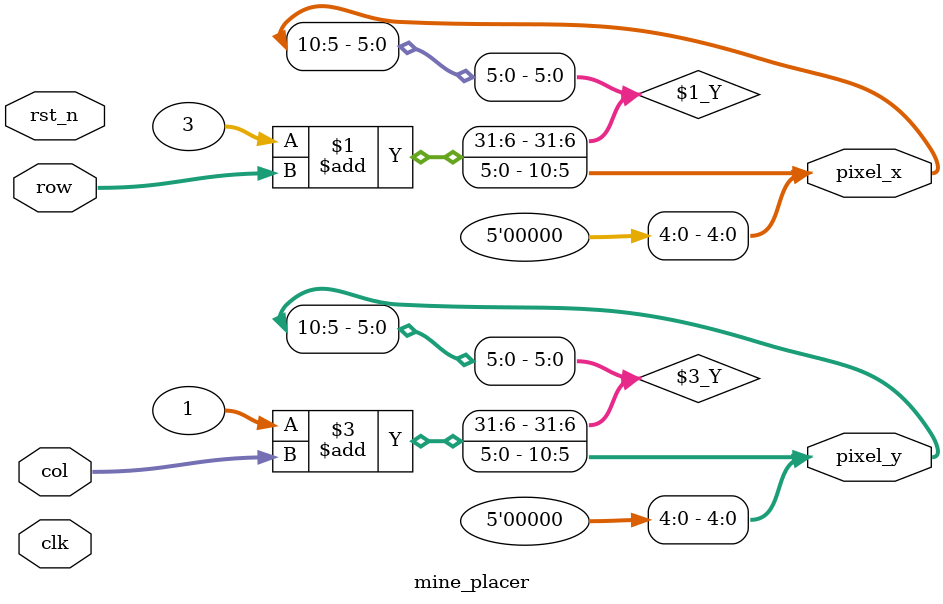
<source format=sv>

module mine_placer (
    input clk,    // Clock
    input rst_n,  // Asynchronous reset active low
    
    input logic [3:0] row,
    input logic [4:0] col,
    
    output logic [10:0] pixel_x,
    output logic [10:0] pixel_y
);

assign pixel_x = (3 + row) << 5;
assign pixel_y = (1 + col) << 5;

endmodule : mine_placer

</source>
